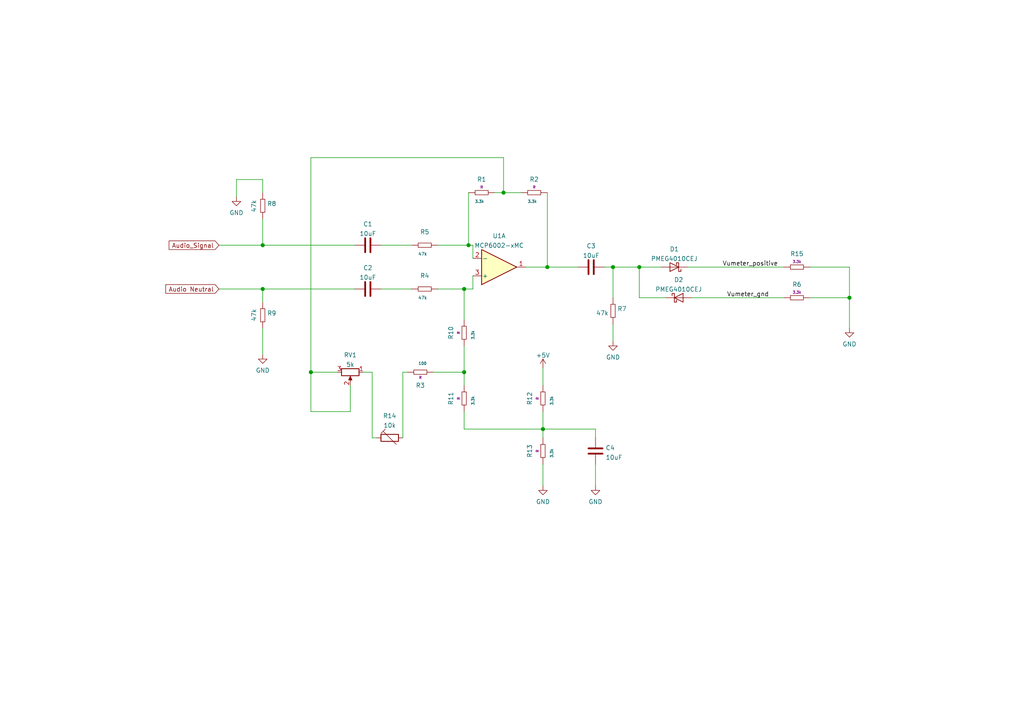
<source format=kicad_sch>
(kicad_sch (version 20210621) (generator eeschema)
  (paper "A4")
  (lib_symbols
    (symbol "Amplifier_Operational:MCP6002-xMC" (pin_names (offset 0.127))
      (property "Reference" "U" (at 0 5.08 0))
      (property "Value" "MCP6002-xMC" (at 0 -5.08 0))
      (symbol "MCP6002-xMC_1_1"
        (polyline (pts (xy -5.08 5.08) (xy 5.08 0) (xy -5.08 -5.08) (xy -5.08 5.08)) (stroke (width 0.254)) (fill (type background)))
        (pin output line (at 7.62 0 180) (length 2.54) (name "~") (number "1"))
        (pin input line (at -7.62 -2.54 0) (length 2.54) (name "-") (number "2"))
        (pin input line (at -7.62 2.54 0) (length 2.54) (name "+") (number "3"))
      )
      (symbol "MCP6002-xMC_2_1"
        (polyline (pts (xy -5.08 5.08) (xy 5.08 0) (xy -5.08 -5.08) (xy -5.08 5.08)) (stroke (width 0.254)) (fill (type background)))
        (pin input line (at -7.62 2.54 0) (length 2.54) (name "+") (number "5"))
        (pin input line (at -7.62 -2.54 0) (length 2.54) (name "-") (number "6"))
        (pin output line (at 7.62 0 180) (length 2.54) (name "~") (number "7"))
      )
      (symbol "MCP6002-xMC_3_1"
        (pin power_in line (at -2.54 -7.62 90) (length 3.81) (name "V-") (number "4"))
        (pin power_in line (at -2.54 7.62 270) (length 3.81) (name "V+") (number "8"))
        (pin passive line (at -2.54 -7.62 90) (length 3.81) hide (name "V-") (number "9"))
      )
    )
    (symbol "Device:C" (pin_numbers hide) (pin_names (offset 0.254))
      (property "Reference" "C" (at 0.635 2.54 0))
      (property "Value" "C" (at 0.635 -2.54 0))
      (symbol "C_0_1"
        (polyline (pts (xy -2.032 -0.762) (xy 2.032 -0.762)) (stroke (width 0.508)))
        (polyline (pts (xy -2.032 0.762) (xy 2.032 0.762)) (stroke (width 0.508)))
      )
      (symbol "C_1_1"
        (pin passive line (at 0 3.81 270) (length 2.794) (name "~") (number "1"))
        (pin passive line (at 0 -3.81 90) (length 2.794) (name "~") (number "2"))
      )
    )
    (symbol "Device:RTRIM" (pin_numbers hide) (pin_names (offset 0))
      (property "Reference" "R" (at 2.54 -2.54 90))
      (property "Value" "RTRIM" (at -2.54 -0.635 90))
      (symbol "RTRIM_0_1"
        (rectangle (start -1.016 -2.54) (end 1.016 2.54) (stroke (width 0.254)))
        (polyline (pts (xy -1.905 -1.905) (xy 1.905 1.905) (xy 2.54 1.27) (xy 1.27 2.54)))
      )
      (symbol "RTRIM_1_1"
        (pin passive line (at 0 3.81 270) (length 1.27) (name "~") (number "1"))
        (pin passive line (at 0 -3.81 90) (length 1.27) (name "~") (number "2"))
      )
    )
    (symbol "Device:R_POT" (pin_names (offset 1.016) hide)
      (property "Reference" "RV" (at -4.445 0 90))
      (property "Value" "R_POT" (at -2.54 0 90))
      (symbol "R_POT_0_1"
        (rectangle (start 1.016 2.54) (end -1.016 -2.54) (stroke (width 0.254)))
        (polyline (pts (xy 2.54 0) (xy 1.524 0)))
        (polyline (pts (xy 1.143 0) (xy 2.286 0.508) (xy 2.286 -0.508) (xy 1.143 0)) (fill (type outline)))
      )
      (symbol "R_POT_1_1"
        (pin passive line (at 0 3.81 270) (length 1.27) (name "1") (number "1"))
        (pin passive line (at 3.81 0 180) (length 1.27) (name "2") (number "2"))
        (pin passive line (at 0 -3.81 90) (length 1.27) (name "3") (number "3"))
      )
    )
    (symbol "Diode:PMEG4010CEJ" (pin_numbers hide) (pin_names hide)
      (property "Reference" "D" (at 0 2.54 0))
      (property "Value" "PMEG4010CEJ" (at 0 -2.54 0))
      (symbol "PMEG4010CEJ_0_1"
        (polyline (pts (xy 1.27 0) (xy -1.27 0)))
        (polyline (pts (xy 1.27 1.27) (xy 1.27 -1.27) (xy -1.27 0) (xy 1.27 1.27)) (stroke (width 0.2032)))
        (polyline (pts (xy -1.905 0.635) (xy -1.905 1.27) (xy -1.27 1.27) (xy -1.27 -1.27) (xy -0.635 -1.27) (xy -0.635 -0.635)) (stroke (width 0.2032)))
      )
      (symbol "PMEG4010CEJ_1_1"
        (pin passive line (at -3.81 0 0) (length 2.54) (name "K") (number "1"))
        (pin passive line (at 3.81 0 180) (length 2.54) (name "A") (number "2"))
      )
    )
    (symbol "IFS-Resistors:R" (pin_numbers hide) (pin_names (offset 0.254))
      (property "Reference" "R" (at -1.905 1.905 0))
      (property "E.Value" "R" (at 0 0 0))
      (symbol "R_0_1"
        (rectangle (start -1.905 0.635) (end 1.905 -0.635))
      )
      (symbol "R_1_1"
        (pin passive line (at -3.81 0 0) (length 1.905) (name "~") (number "1"))
        (pin passive line (at 3.81 0 180) (length 1.905) (name "~") (number "2"))
      )
    )
    (symbol "power:+5V" (power) (pin_names (offset 0))
      (property "Value" "+5V" (at 0 3.556 0))
      (symbol "+5V_0_1"
        (polyline (pts (xy -0.762 1.27) (xy 0 2.54)))
        (polyline (pts (xy 0 0) (xy 0 2.54)))
        (polyline (pts (xy 0 2.54) (xy 0.762 1.27)))
      )
      (symbol "+5V_1_1"
        (pin power_in line (at 0 0 90) (length 0) hide (name "+5V") (number "1"))
      )
    )
    (symbol "power:GND" (power) (pin_names (offset 0))
      (property "Value" "GND" (at 0 -3.81 0))
      (symbol "GND_0_1"
        (polyline (pts (xy 0 0) (xy 0 -1.27) (xy 1.27 -1.27) (xy 0 -2.54) (xy -1.27 -1.27) (xy 0 -1.27)))
      )
      (symbol "GND_1_1"
        (pin power_in line (at 0 0 270) (length 0) hide (name "GND") (number "1"))
      )
    )
  )
  (junction (at 76.2 71.12) (diameter 1.016))
  (junction (at 76.2 83.82) (diameter 1.016))
  (junction (at 90.17 107.95) (diameter 1.016))
  (junction (at 134.62 83.82) (diameter 1.016))
  (junction (at 134.62 107.95) (diameter 1.016))
  (junction (at 135.89 71.12) (diameter 1.016))
  (junction (at 146.05 55.88) (diameter 1.016))
  (junction (at 157.48 124.46) (diameter 1.016))
  (junction (at 158.75 77.47) (diameter 1.016))
  (junction (at 177.8 77.47) (diameter 1.016))
  (junction (at 185.42 77.47) (diameter 1.016))
  (junction (at 246.38 86.36) (diameter 1.016))
  (wire (pts (xy 63.5 71.12) (xy 76.2 71.12)))
  (wire (pts (xy 63.5 83.82) (xy 76.2 83.82)))
  (wire (pts (xy 68.58 52.07) (xy 68.58 57.15)))
  (wire (pts (xy 76.2 52.07) (xy 68.58 52.07)))
  (wire (pts (xy 76.2 55.88) (xy 76.2 52.07)))
  (wire (pts (xy 76.2 63.5) (xy 76.2 71.12)))
  (wire (pts (xy 76.2 71.12) (xy 102.87 71.12)))
  (wire (pts (xy 76.2 83.82) (xy 102.87 83.82)))
  (wire (pts (xy 76.2 87.63) (xy 76.2 83.82)))
  (wire (pts (xy 76.2 95.25) (xy 76.2 102.87)))
  (wire (pts (xy 90.17 45.72) (xy 146.05 45.72)))
  (wire (pts (xy 90.17 107.95) (xy 90.17 45.72)))
  (wire (pts (xy 90.17 119.38) (xy 90.17 107.95)))
  (wire (pts (xy 97.79 107.95) (xy 90.17 107.95)))
  (wire (pts (xy 101.6 111.76) (xy 101.6 119.38)))
  (wire (pts (xy 101.6 119.38) (xy 90.17 119.38)))
  (wire (pts (xy 105.41 107.95) (xy 107.95 107.95)))
  (wire (pts (xy 107.95 107.95) (xy 107.95 127)))
  (wire (pts (xy 107.95 127) (xy 109.22 127)))
  (wire (pts (xy 110.49 83.82) (xy 119.38 83.82)))
  (wire (pts (xy 116.84 107.95) (xy 118.11 107.95)))
  (wire (pts (xy 116.84 127) (xy 116.84 107.95)))
  (wire (pts (xy 119.38 71.12) (xy 110.49 71.12)))
  (wire (pts (xy 125.73 107.95) (xy 134.62 107.95)))
  (wire (pts (xy 127 83.82) (xy 134.62 83.82)))
  (wire (pts (xy 134.62 83.82) (xy 137.16 83.82)))
  (wire (pts (xy 134.62 92.71) (xy 134.62 83.82)))
  (wire (pts (xy 134.62 107.95) (xy 134.62 100.33)))
  (wire (pts (xy 134.62 111.76) (xy 134.62 107.95)))
  (wire (pts (xy 134.62 119.38) (xy 134.62 124.46)))
  (wire (pts (xy 134.62 124.46) (xy 157.48 124.46)))
  (wire (pts (xy 135.89 55.88) (xy 135.89 71.12)))
  (wire (pts (xy 135.89 71.12) (xy 127 71.12)))
  (wire (pts (xy 137.16 71.12) (xy 135.89 71.12)))
  (wire (pts (xy 137.16 71.12) (xy 137.16 74.93)))
  (wire (pts (xy 137.16 80.01) (xy 137.16 83.82)))
  (wire (pts (xy 143.51 55.88) (xy 146.05 55.88)))
  (wire (pts (xy 146.05 45.72) (xy 146.05 55.88)))
  (wire (pts (xy 146.05 55.88) (xy 151.13 55.88)))
  (wire (pts (xy 152.4 77.47) (xy 158.75 77.47)))
  (wire (pts (xy 157.48 106.68) (xy 157.48 111.76)))
  (wire (pts (xy 157.48 124.46) (xy 157.48 119.38)))
  (wire (pts (xy 157.48 127) (xy 157.48 124.46)))
  (wire (pts (xy 157.48 134.62) (xy 157.48 140.97)))
  (wire (pts (xy 158.75 55.88) (xy 158.75 77.47)))
  (wire (pts (xy 158.75 77.47) (xy 167.64 77.47)))
  (wire (pts (xy 172.72 124.46) (xy 157.48 124.46)))
  (wire (pts (xy 172.72 127) (xy 172.72 124.46)))
  (wire (pts (xy 172.72 134.62) (xy 172.72 140.97)))
  (wire (pts (xy 175.26 77.47) (xy 177.8 77.47)))
  (wire (pts (xy 177.8 86.36) (xy 177.8 77.47)))
  (wire (pts (xy 177.8 93.98) (xy 177.8 99.06)))
  (wire (pts (xy 185.42 77.47) (xy 177.8 77.47)))
  (wire (pts (xy 185.42 86.36) (xy 185.42 77.47)))
  (wire (pts (xy 191.77 77.47) (xy 185.42 77.47)))
  (wire (pts (xy 193.04 86.36) (xy 185.42 86.36)))
  (wire (pts (xy 199.39 77.47) (xy 227.33 77.47)))
  (wire (pts (xy 200.66 86.36) (xy 227.33 86.36)))
  (wire (pts (xy 234.95 77.47) (xy 246.38 77.47)))
  (wire (pts (xy 234.95 86.36) (xy 246.38 86.36)))
  (wire (pts (xy 246.38 77.47) (xy 246.38 86.36)))
  (wire (pts (xy 246.38 86.36) (xy 246.38 95.25)))
  (label "Vumeter_positive" (at 209.55 77.47 0))
  (label "Vumeter_gnd" (at 210.82 86.36 0))
  (global_label "Audio_Signal" (shape input) (at 63.5 71.12 180) (property "Intersheet References" "${INTERSHEET_REFS}" (effects hide)))
  (global_label "Audio Neutral" (shape input) (at 63.5 83.82 180) (property "Intersheet References" "${INTERSHEET_REFS}" (effects hide)))
  (symbol (lib_id "power:+5V") (at 157.48 106.68 0) (unit 1)
    (property "Reference" "#PWR0102" (effects hide))
    (property "Value" "+5V" (at 157.48 103.0754 0))
  )
  (symbol (lib_id "power:GND") (at 68.58 57.15 0) (unit 1)
    (property "Reference" "#PWR0107" (effects hide))
    (property "Value" "GND" (at 68.58 61.7126 0))
  )
  (symbol (lib_id "power:GND") (at 76.2 102.87 0) (unit 1)
    (property "Reference" "#PWR0106" (effects hide))
    (property "Value" "GND" (at 76.2 107.4326 0))
  )
  (symbol (lib_id "power:GND") (at 157.48 140.97 0) (unit 1)
    (property "Reference" "#PWR0104" (effects hide))
    (property "Value" "GND" (at 157.48 145.5326 0))
  )
  (symbol (lib_id "power:GND") (at 172.72 140.97 0) (unit 1)
    (property "Reference" "#PWR0101" (effects hide))
    (property "Value" "GND" (at 172.72 145.5326 0))
  )
  (symbol (lib_id "power:GND") (at 177.8 99.06 0) (unit 1)
    (property "Reference" "#PWR0103" (effects hide))
    (property "Value" "GND" (at 177.8 103.6226 0))
  )
  (symbol (lib_id "power:GND") (at 246.38 95.25 0) (unit 1)
    (property "Reference" "#PWR0105" (effects hide))
    (property "Value" "GND" (at 246.38 99.8126 0))
  )
  (symbol (lib_id "IFS-Resistors:R") (at 76.2 59.69 90) (unit 1)
    (property "Reference" "R8" (at 77.4701 59.0941 90) (effects (justify right)))
    (property "Value" "47k" (at 73.66 61.595 0) (effects (justify left)))
    (property "Footprint" "Resistor_SMD:R_0805_2012Metric" (effects hide))
    (property "E.Value" "R" (effects hide))
  )
  (symbol (lib_id "IFS-Resistors:R") (at 76.2 91.44 270) (unit 1)
    (property "Reference" "R9" (at 77.4701 90.8441 90) (effects (justify left)))
    (property "Value" "47k" (at 73.66 89.535 0) (effects (justify left)))
    (property "Footprint" "Resistor_SMD:R_0805_2012Metric" (effects hide))
    (property "E.Value" "R" (effects hide))
  )
  (symbol (lib_id "IFS-Resistors:R") (at 121.92 107.95 180) (unit 1)
    (property "Reference" "R3" (at 121.92 111.7994 0))
    (property "Value" "100" (at 122.555 105.41 0) (effects (font (size 0.8 0.8))))
    (property "Footprint" "Resistor_SMD:R_0805_2012Metric" (effects hide))
    (property "E.Value" "R" (at 121.92 109.5285 0) (effects (font (size 0.762 0.762))))
  )
  (symbol (lib_id "IFS-Resistors:R") (at 123.19 71.12 0) (unit 1)
    (property "Reference" "R5" (at 123.19 67.2706 0))
    (property "Value" "47k" (at 121.285 73.66 0) (effects (font (size 0.9 0.9)) (justify left)))
    (property "Footprint" "Resistor_SMD:R_0805_2012Metric" (effects hide))
    (property "E.Value" "R" (effects hide))
  )
  (symbol (lib_id "IFS-Resistors:R") (at 123.19 83.82 0) (unit 1)
    (property "Reference" "R4" (at 123.19 79.9706 0))
    (property "Value" "47k" (at 121.285 86.36 0) (effects (font (size 0.9 0.9)) (justify left)))
    (property "Footprint" "Resistor_SMD:R_0805_2012Metric" (effects hide))
    (property "E.Value" "R" (effects hide))
  )
  (symbol (lib_id "IFS-Resistors:R") (at 134.62 96.52 90) (unit 1)
    (property "Reference" "R10" (at 130.7706 96.52 0))
    (property "Value" "3.3k" (at 137.16 97.155 0) (effects (font (size 0.8 0.8))))
    (property "Footprint" "Resistor_SMD:R_0805_2012Metric" (effects hide))
    (property "E.Value" "R" (at 133.0415 96.52 0) (effects (font (size 0.762 0.762))))
  )
  (symbol (lib_id "IFS-Resistors:R") (at 134.62 115.57 90) (unit 1)
    (property "Reference" "R11" (at 130.7706 115.57 0))
    (property "Value" "3.3k" (at 137.16 116.205 0) (effects (font (size 0.8 0.8))))
    (property "Footprint" "Resistor_SMD:R_0805_2012Metric" (effects hide))
    (property "E.Value" "R" (at 133.0415 115.57 0) (effects (font (size 0.762 0.762))))
  )
  (symbol (lib_id "IFS-Resistors:R") (at 139.7 55.88 0) (unit 1)
    (property "Reference" "R1" (at 139.7 52.0306 0))
    (property "Value" "3.3k" (at 139.065 58.42 0) (effects (font (size 0.8 0.8))))
    (property "Footprint" "Resistor_SMD:R_0805_2012Metric" (effects hide))
    (property "E.Value" "R" (at 139.7 54.3015 0) (effects (font (size 0.762 0.762))))
  )
  (symbol (lib_id "IFS-Resistors:R") (at 154.94 55.88 0) (unit 1)
    (property "Reference" "R2" (at 154.94 52.0306 0))
    (property "Value" "3.3k" (at 153.035 58.42 0) (effects (font (size 0.8 0.8)) (justify left)))
    (property "Footprint" "Resistor_SMD:R_0805_2012Metric" (effects hide))
    (property "E.Value" "R" (at 154.94 54.3015 0) (effects (font (size 0.762 0.762))))
  )
  (symbol (lib_id "IFS-Resistors:R") (at 157.48 115.57 90) (unit 1)
    (property "Reference" "R12" (at 153.6306 115.57 0))
    (property "Value" "3.3k" (at 160.02 116.205 0) (effects (font (size 0.8 0.8))))
    (property "Footprint" "Resistor_SMD:R_0805_2012Metric" (effects hide))
    (property "E.Value" "R" (at 155.9015 115.57 0) (effects (font (size 0.762 0.762))))
  )
  (symbol (lib_id "IFS-Resistors:R") (at 157.48 130.81 90) (unit 1)
    (property "Reference" "R13" (at 153.6306 130.81 0))
    (property "Value" "3.3k" (at 160.02 131.445 0) (effects (font (size 0.8 0.8))))
    (property "Footprint" "Resistor_SMD:R_0805_2012Metric" (effects hide))
    (property "E.Value" "R" (at 155.9015 130.81 0) (effects (font (size 0.762 0.762))))
  )
  (symbol (lib_id "IFS-Resistors:R") (at 177.8 90.17 90) (unit 1)
    (property "Reference" "R7" (at 179.0701 89.5741 90) (effects (justify right)))
    (property "Value" "47k" (at 176.53 90.805 90) (effects (justify left)))
    (property "Footprint" "Resistor_SMD:R_0805_2012Metric" (effects hide))
    (property "E.Value" "R" (effects hide))
  )
  (symbol (lib_id "IFS-Resistors:R") (at 231.14 77.47 0) (unit 1)
    (property "Reference" "R15" (at 231.14 73.6206 0))
    (property "Value" "R" (effects hide))
    (property "Footprint" "Resistor_SMD:R_0805_2012Metric" (effects hide))
    (property "E.Value" "3.3k" (at 231.14 75.8915 0) (effects (font (size 0.762 0.762))))
  )
  (symbol (lib_id "IFS-Resistors:R") (at 231.14 86.36 0) (unit 1)
    (property "Reference" "R6" (at 231.14 82.5106 0))
    (property "Value" "R" (effects hide))
    (property "Footprint" "Resistor_SMD:R_0805_2012Metric" (effects hide))
    (property "E.Value" "3.3k" (at 231.14 84.7815 0) (effects (font (size 0.762 0.762))))
  )
  (symbol (lib_id "Diode:PMEG4010CEJ") (at 195.58 77.47 180) (unit 1)
    (property "Reference" "D1" (at 195.58 72.2588 0))
    (property "Value" "PMEG4010CEJ" (at 195.58 75.0339 0))
    (property "Footprint" "Diode_SMD:D_SOD-323F" (effects hide))
    (property "Datasheet" "https://assets.nexperia.com/documents/data-sheet/PMEG4010CEH_PMEG4010CEJ.pdf" (effects hide))
  )
  (symbol (lib_id "Diode:PMEG4010CEJ") (at 196.85 86.36 0) (unit 1)
    (property "Reference" "D2" (at 196.85 81.1488 0))
    (property "Value" "PMEG4010CEJ" (at 196.85 83.9239 0))
    (property "Footprint" "Diode_SMD:D_SOD-323F" (effects hide))
    (property "Datasheet" "https://assets.nexperia.com/documents/data-sheet/PMEG4010CEH_PMEG4010CEJ.pdf" (effects hide))
  )
  (symbol (lib_id "Device:RTRIM") (at 113.03 127 90) (unit 1)
    (property "Reference" "R14" (at 113.03 120.6204 90))
    (property "Value" "10k" (at 113.03 123.3955 90))
    (property "Footprint" "Potentiometer_THT:Potentiometer_Omeg_PC16BU_Vertical" (effects hide))
  )
  (symbol (lib_id "Device:C") (at 106.68 71.12 90) (unit 1)
    (property "Reference" "C1" (at 106.68 64.9944 90))
    (property "Value" "10uF" (at 106.68 67.7695 90))
    (property "Footprint" "CAPC2012X125L" (effects hide))
  )
  (symbol (lib_id "Device:C") (at 106.68 83.82 90) (unit 1)
    (property "Reference" "C2" (at 106.68 77.6944 90))
    (property "Value" "10uF" (at 106.68 80.4695 90))
    (property "Footprint" "CAPC2012X125L" (effects hide))
  )
  (symbol (lib_id "Device:C") (at 171.45 77.47 90) (unit 1)
    (property "Reference" "C3" (at 171.45 71.3444 90))
    (property "Value" "10uF" (at 171.45 74.1195 90))
    (property "Footprint" "CAPC2012X125L" (effects hide))
  )
  (symbol (lib_id "Device:C") (at 172.72 130.81 180) (unit 1)
    (property "Reference" "C4" (at 175.6411 129.9015 0) (effects (justify right)))
    (property "Value" "10uF" (at 175.6411 132.6766 0) (effects (justify right)))
    (property "Footprint" "CAPC2012X125L" (effects hide))
  )
  (symbol (lib_id "Device:R_POT") (at 101.6 107.95 270) (unit 1)
    (property "Reference" "RV1" (at 101.6 102.9674 90))
    (property "Value" "5k" (at 101.6 105.7425 90))
    (property "Footprint" "Potentiometer_THT:Potentiometer_Bourns_3296W_Vertical" (effects hide))
  )
  (symbol (lib_id "Amplifier_Operational:MCP6002-xMC") (at 144.78 77.47 0) (mirror x) (unit 1)
    (property "Reference" "U1" (at 144.78 68.4234 0))
    (property "Value" "MCP6002-xMC" (at 144.78 71.1985 0))
    (property "Footprint" "Package_DFN_QFN:DFN-8-1EP_3x2mm_P0.5mm_EP1.75x1.45mm" (effects hide))
    (property "Datasheet" "http://ww1.microchip.com/downloads/en/DeviceDoc/21733j.pdf" (effects hide))
  )
)
</source>
